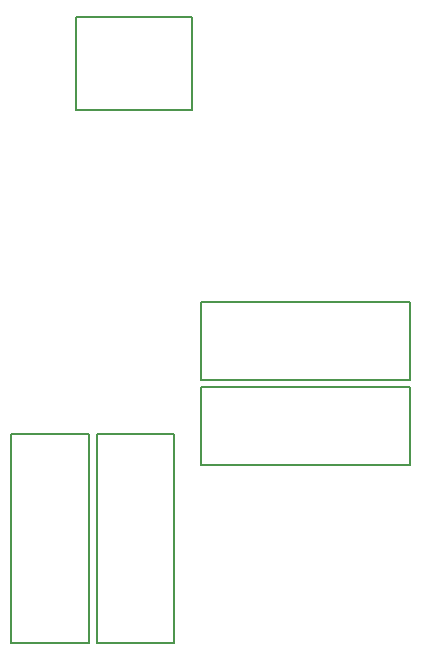
<source format=gbr>
%TF.GenerationSoftware,Altium Limited,Altium Designer,23.3.1 (30)*%
G04 Layer_Color=65535*
%FSLAX45Y45*%
%MOMM*%
%TF.SameCoordinates,3FCD108A-851F-4062-9BED-621BEB009867*%
%TF.FilePolarity,Positive*%
%TF.FileFunction,Other,Top_Courtyard*%
%TF.Part,Single*%
G01*
G75*
%TA.AperFunction,NonConductor*%
%ADD41C,0.20000*%
D41*
X4443300Y6721999D02*
X4443300Y5932000D01*
X5418300Y5932000D01*
X5418300Y6722000D01*
X4443300Y6721999D02*
X5418300Y6722000D01*
X5496316Y3586176D02*
X7266316Y3586175D01*
X7266316Y2926176D02*
X7266316Y3586175D01*
X5496316Y2926175D02*
X7266316Y2926176D01*
X5496316Y3586176D02*
X5496316Y2926175D01*
X5496316Y3648491D02*
X7266316Y3648490D01*
X5496316Y3648491D02*
Y4308491D01*
X7266316Y4308491D01*
X7266316Y3648490D01*
X4551375Y1420484D02*
X4551376Y3190484D01*
X3891376Y1420484D02*
X4551375Y1420484D01*
X3891375Y3190484D02*
X3891376Y1420484D01*
X3891375Y3190484D02*
X4551376Y3190484D01*
X4613691Y1420484D02*
Y3190484D01*
X5273691D01*
Y1420484D02*
Y3190484D01*
X4613691Y1420484D02*
X5273691D01*
%TF.MD5,c19956f23c90a0b1a90f3789a1862cef*%
M02*

</source>
